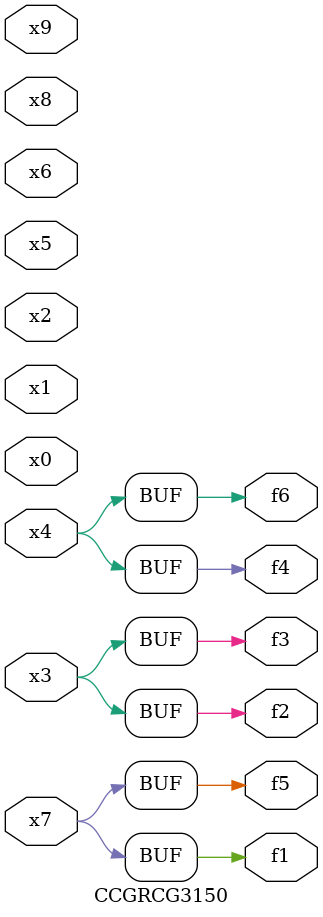
<source format=v>
module CCGRCG3150(
	input x0, x1, x2, x3, x4, x5, x6, x7, x8, x9,
	output f1, f2, f3, f4, f5, f6
);
	assign f1 = x7;
	assign f2 = x3;
	assign f3 = x3;
	assign f4 = x4;
	assign f5 = x7;
	assign f6 = x4;
endmodule

</source>
